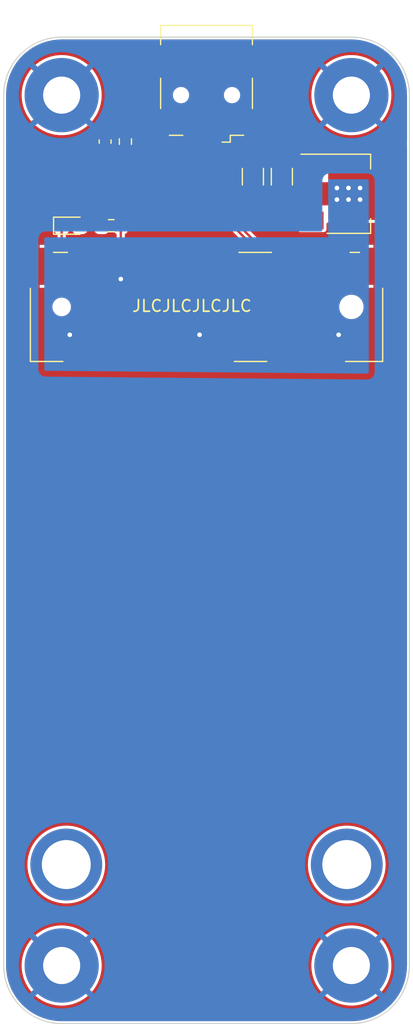
<source format=kicad_pcb>
(kicad_pcb (version 20221018) (generator pcbnew)
  (layers (0 "F.Cu" signal) (31 "B.Cu" signal) (34 "B.Paste" user) (35 "F.Paste" user) (36 "B.SilkS" user "B.Silkscreen") (37 "F.SilkS" user "F.Silkscreen") (38 "B.Mask" user) (39 "F.Mask" user) (44 "Edge.Cuts" user))
  (net 0 "")
  (net 1 "/SHIELD")
  (net 2 "GND")
  (net 3 "+5V")
  (net 4 "+3.3V")
  (net 5 "Net-(D1-K)")
  (net 6 "Net-(D1-A)")
  (net 30 "/USB-")
  (net 31 "/USB+")
  (footprint "parts:SMTSO25" (layer "F.Cu") (at 139.1 109.05)
    (fp_text reference "H5")
    (fp_text value "SMTSO2530CTJ")
    (pad "" thru_hole circle (at 0 0) (size 6.2 6.2) (drill 4.22) (layers "*.Cu" "*.Mask"))
  )
  (footprint "Capacitor_SMD:C_1206_3216Metric" (layer "F.Cu") (at 133.5 49.775 90)
    (fp_text reference "C3")
    (fp_text value "22uF")
    (fp_line (start -0.711252 -0.91) (end 0.711252 -0.91) (stroke (width 0.12)) (layer "F.SilkS"))
    (fp_line (start -0.711252 0.91) (end 0.711252 0.91) (stroke (width 0.12)) (layer "F.SilkS"))
    (pad "1" smd roundrect (at -1.475 0 90) (size 1.15 1.8) (layers "F.Cu" "F.Paste" "F.Mask") (roundrect_rratio 0.217391) (net 4 "+3.3V"))
    (pad "2" smd roundrect (at 1.475 0 90) (size 1.15 1.8) (layers "F.Cu" "F.Paste" "F.Mask") (roundrect_rratio 0.217391) (net 2 "GND"))
  )
  (footprint "parts:SMTSO25" (layer "F.Cu") (at 114.9 109.05)
    (fp_text reference "H6")
    (fp_text value "SMTSO2530CTJ")
    (pad "" thru_hole circle (at 0 0) (size 6.2 6.2) (drill 4.22) (layers "*.Cu" "*.Mask"))
  )
  (footprint "MountingHole:MountingHole_3.2mm_M3_Pad" (layer "F.Cu") (at 114.5 117.75)
    (fp_text reference "H1")
    (fp_text value "M3")
    (pad "1" thru_hole circle (at 0 0) (size 6.4 6.4) (drill 3.2) (layers "*.Cu" "*.Mask") (net 1 "/SHIELD"))
  )
  (footprint "MountingHole:MountingHole_3.2mm_M3_Pad" (layer "F.Cu") (at 114.5 42.75)
    (fp_text reference "H4")
    (fp_text value "M3")
    (pad "1" thru_hole circle (at 0 0) (size 6.4 6.4) (drill 3.2) (layers "*.Cu" "*.Mask") (net 1 "/SHIELD"))
  )
  (footprint "Resistor_SMD:R_0603_1608Metric" (layer "F.Cu") (at 120 46.75 -90)
    (fp_text reference "R1")
    (fp_text value "1M")
    (fp_line (start -0.237258 -0.5225) (end 0.237258 -0.5225) (stroke (width 0.12)) (layer "F.SilkS"))
    (fp_line (start -0.237258 0.5225) (end 0.237258 0.5225) (stroke (width 0.12)) (layer "F.SilkS"))
    (pad "1" smd roundrect (at -0.825 0 270) (size 0.8 0.95) (layers "F.Cu" "F.Paste" "F.Mask") (net 1 "/SHIELD"))
    (pad "2" smd roundrect (at 0.825 0 270) (size 0.8 0.95) (layers "F.Cu" "F.Paste" "F.Mask") (net 2 "GND"))
  )
  (footprint "MountingHole:MountingHole_3.2mm_M3_Pad" (layer "F.Cu") (at 139.5 117.75)
    (fp_text reference "H2")
    (fp_text value "M3")
    (pad "1" thru_hole circle (at 0 0) (size 6.4 6.4) (drill 3.2) (layers "*.Cu" "*.Mask") (net 1 "/SHIELD"))
  )
  (footprint "MountingHole:MountingHole_3.2mm_M3_Pad" (layer "F.Cu") (at 139.5 42.75)
    (fp_text reference "H3")
    (fp_text value "M3")
    (pad "1" thru_hole circle (at 0 0) (size 6.4 6.4) (drill 3.2) (layers "*.Cu" "*.Mask") (net 1 "/SHIELD"))
  )
  (footprint "Capacitor_SMD:C_1206_3216Metric" (layer "F.Cu") (at 131 49.775 90)
    (fp_text reference "C2")
    (fp_text value "10uF")
    (fp_line (start -0.711252 -0.91) (end 0.711252 -0.91) (stroke (width 0.12)) (layer "F.SilkS"))
    (fp_line (start -0.711252 0.91) (end 0.711252 0.91) (stroke (width 0.12)) (layer "F.SilkS"))
    (pad "1" smd roundrect (at -1.475 0 90) (size 1.15 1.8) (layers "F.Cu" "F.Paste" "F.Mask") (roundrect_rratio 0.217391) (net 3 "+5V"))
    (pad "2" smd roundrect (at 1.475 0 90) (size 1.15 1.8) (layers "F.Cu" "F.Paste" "F.Mask") (roundrect_rratio 0.217391) (net 2 "GND"))
  )
  (footprint "Resistor_SMD:R_0603_1608Metric" (layer "F.Cu") (at 118.775 54 180)
    (fp_text reference "R2")
    (fp_text value "3.3k")
    (fp_line (start -0.237258 -0.5225) (end 0.237258 -0.5225) (stroke (width 0.12)) (layer "F.SilkS"))
    (fp_line (start -0.237258 0.5225) (end 0.237258 0.5225) (stroke (width 0.12)) (layer "F.SilkS"))
    (pad "1" smd roundrect (at -0.825 0 180) (size 0.8 0.95) (layers "F.Cu" "F.Paste" "F.Mask") (net 4 "+3.3V"))
    (pad "2" smd roundrect (at 0.825 0 180) (size 0.8 0.95) (layers "F.Cu" "F.Paste" "F.Mask") (net 6 "Net-(D1-A)"))
  )
  (footprint "Capacitor_SMD:C_0603_1608Metric" (layer "F.Cu") (at 118.25 46.75 -90)
    (fp_text reference "C1")
    (fp_text value "0.1uF")
    (fp_line (start -0.14058 -0.51) (end 0.14058 -0.51) (stroke (width 0.12)) (layer "F.SilkS"))
    (fp_line (start -0.14058 0.51) (end 0.14058 0.51) (stroke (width 0.12)) (layer "F.SilkS"))
    (pad "1" smd roundrect (at -0.775 0 270) (size 0.9 0.95) (layers "F.Cu" "F.Paste" "F.Mask") (net 1 "/SHIELD"))
    (pad "2" smd roundrect (at 0.775 0 270) (size 0.9 0.95) (layers "F.Cu" "F.Paste" "F.Mask") (net 2 "GND"))
  )
  (footprint "Connector_USB:USB_Mini-B_Wuerth_65100516121_Horizontal" (layer "F.Cu") (at 127 42.75 180)
    (fp_text reference "J2")
    (fp_text value "USB_B_Micro")
    (fp_line (start -3.96 1.45) (end -3.96 -1.15) (stroke (width 0.12)) (layer "F.SilkS"))
    (fp_line (start -3.96 4.35) (end -3.96 6.01) (stroke (width 0.12)) (layer "F.SilkS"))
    (fp_line (start -3.96 6.01) (end 3.96 6.01) (stroke (width 0.12)) (layer "F.SilkS"))
    (fp_line (start -3.2 -3.46) (end -2.05 -3.46) (stroke (width 0.12)) (layer "F.SilkS"))
    (fp_line (start -2.05 -4.05) (end -1.35 -4.05) (stroke (width 0.12)) (layer "F.SilkS"))
    (fp_line (start -2.05 -3.46) (end -2.05 -4.05) (stroke (width 0.12)) (layer "F.SilkS"))
    (fp_line (start 2.05 -3.46) (end 3.2 -3.46) (stroke (width 0.12)) (layer "F.SilkS"))
    (fp_line (start 3.96 -1.15) (end 3.96 1.45) (stroke (width 0.12)) (layer "F.SilkS"))
    (fp_line (start 3.96 6.01) (end 3.96 4.35) (stroke (width 0.12)) (layer "F.SilkS"))
    (pad "" np_thru_hole circle (at -2.2 0 180) (size 0.9 0.9) (drill 0.9) (layers "*.Cu" "*.Mask"))
    (pad "" np_thru_hole circle (at 2.2 0 180) (size 0.9 0.9) (drill 0.9) (layers "*.Cu" "*.Mask"))
    (pad "1" smd rect (at -1.6 -2.6 180) (size 0.5 2.5) (layers "F.Cu" "F.Paste" "F.Mask") (net 3 "+5V"))
    (pad "2" smd rect (at -0.8 -2.6 180) (size 0.5 2.5) (layers "F.Cu" "F.Paste" "F.Mask") (net 30 "/USB-"))
    (pad "3" smd rect (at 0 -2.6 180) (size 0.5 2.5) (layers "F.Cu" "F.Paste" "F.Mask") (net 31 "/USB+"))
    (pad "4" smd rect (at 0.8 -2.6 180) (size 0.5 2.5) (layers "F.Cu" "F.Paste" "F.Mask"))
    (pad "5" smd rect (at 1.6 -2.6 180) (size 0.5 2.5) (layers "F.Cu" "F.Paste" "F.Mask") (net 2 "GND"))
    (pad "6" smd rect (at -4.4 -2.6 180) (size 2 2.5) (layers "F.Cu" "F.Paste" "F.Mask") (net 1 "/SHIELD"))
    (pad "6" smd rect (at -4.4 2.9 180) (size 2 2.5) (layers "F.Cu" "F.Paste" "F.Mask") (net 1 "/SHIELD"))
    (pad "6" smd rect (at 4.4 -2.6 180) (size 2 2.5) (layers "F.Cu" "F.Paste" "F.Mask") (net 1 "/SHIELD"))
    (pad "6" smd rect (at 4.4 2.9 180) (size 2 2.5) (layers "F.Cu" "F.Paste" "F.Mask") (net 1 "/SHIELD"))
  )
  (footprint "Package_TO_SOT_SMD:SOT-223-3_TabPin2" (layer "F.Cu") (at 139.25 51.25)
    (fp_text reference "U1")
    (fp_text value "AZ1117H-3.3")
    (fp_line (start -4.1 -3.41) (end 1.91 -3.41) (stroke (width 0.12)) (layer "F.SilkS"))
    (fp_line (start -1.85 3.41) (end 1.91 3.41) (stroke (width 0.12)) (layer "F.SilkS"))
    (fp_line (start 1.91 -3.41) (end 1.91 -2.15) (stroke (width 0.12)) (layer "F.SilkS"))
    (fp_line (start 1.91 3.41) (end 1.91 2.15) (stroke (width 0.12)) (layer "F.SilkS"))
    (pad "1" smd rect (at -3.15 -2.3) (size 2 1.5) (layers "F.Cu" "F.Paste" "F.Mask") (net 2 "GND"))
    (pad "2" smd rect (at -3.15 0) (size 2 1.5) (layers "F.Cu" "F.Paste" "F.Mask") (net 4 "+3.3V"))
    (pad "2" smd rect (at 3.15 0) (size 2 3.8) (layers "F.Cu" "F.Paste" "F.Mask") (net 4 "+3.3V"))
    (pad "3" smd rect (at -3.15 2.3) (size 2 1.5) (layers "F.Cu" "F.Paste" "F.Mask") (net 3 "+5V"))
  )
  (footprint "Connector_PCBEdge:BUS_PCI_Express_Mini_Full" (layer "F.Cu") (at 127 61 180)
    (fp_text reference "J1")
    (fp_text value "91304-56-052R2")
    (fp_line (start -15.2 -4.7) (end -15.2 1.6) (stroke (width 0.12)) (layer "F.SilkS"))
    (fp_line (start -13.2 4.7) (end -12.4 4.7) (stroke (width 0.12)) (layer "F.SilkS"))
    (fp_line (start -12 -4.7) (end -15.2 -4.7) (stroke (width 0.12)) (layer "F.SilkS"))
    (fp_line (start -5.6 4.7) (end -2.8 4.7) (stroke (width 0.12)) (layer "F.SilkS"))
    (fp_line (start -2.4 -4.7) (end -5.2 -4.7) (stroke (width 0.12)) (layer "F.SilkS"))
    (fp_line (start 12 4.7) (end 13.2 4.7) (stroke (width 0.12)) (layer "F.SilkS"))
    (fp_line (start 15.2 -4.7) (end 12.4 -4.7) (stroke (width 0.12)) (layer "F.SilkS"))
    (fp_line (start 15.2 1.6) (end 15.2 -4.7) (stroke (width 0.12)) (layer "F.SilkS"))
    (pad "" np_thru_hole circle (at -12.5 0 180) (size 1.6 1.6) (drill 1.6) (layers "*.Cu" "*.Mask"))
    (pad "" np_thru_hole circle (at 12.5 0 180) (size 1.1 1.1) (drill 1.1) (layers "*.Cu" "*.Mask"))
    (pad "1" smd rect (at -11.8 4.1 180) (size 0.6 2) (layers "F.Cu" "F.Paste" "F.Mask"))
    (pad "2" smd rect (at -11.4 -4.1 180) (size 0.6 2) (layers "F.Cu" "F.Paste" "F.Mask") (net 4 "+3.3V"))
    (pad "3" smd rect (at -11 4.1 180) (size 0.6 2) (layers "F.Cu" "F.Paste" "F.Mask"))
    (pad "4" smd rect (at -10.6 -4.1 180) (size 0.6 2) (layers "F.Cu" "F.Paste" "F.Mask") (net 2 "GND"))
    (pad "5" smd rect (at -10.2 4.1 180) (size 0.6 2) (layers "F.Cu" "F.Paste" "F.Mask"))
    (pad "6" smd rect (at -9.8 -4.1 180) (size 0.6 2) (layers "F.Cu" "F.Paste" "F.Mask"))
    (pad "7" smd rect (at -9.4 4.1 180) (size 0.6 2) (layers "F.Cu" "F.Paste" "F.Mask"))
    (pad "8" smd rect (at -9 -4.1 180) (size 0.6 2) (layers "F.Cu" "F.Paste" "F.Mask"))
    (pad "9" smd rect (at -8.6 4.1 180) (size 0.6 2) (layers "F.Cu" "F.Paste" "F.Mask") (net 2 "GND"))
    (pad "10" smd rect (at -8.2 -4.1 180) (size 0.6 2) (layers "F.Cu" "F.Paste" "F.Mask"))
    (pad "11" smd rect (at -7.8 4.1 180) (size 0.6 2) (layers "F.Cu" "F.Paste" "F.Mask"))
    (pad "12" smd rect (at -7.4 -4.1 180) (size 0.6 2) (layers "F.Cu" "F.Paste" "F.Mask"))
    (pad "13" smd rect (at -7 4.1 180) (size 0.6 2) (layers "F.Cu" "F.Paste" "F.Mask"))
    (pad "14" smd rect (at -6.6 -4.1 180) (size 0.6 2) (layers "F.Cu" "F.Paste" "F.Mask"))
    (pad "15" smd rect (at -6.2 4.1 180) (size 0.6 2) (layers "F.Cu" "F.Paste" "F.Mask") (net 2 "GND"))
    (pad "16" smd rect (at -5.8 -4.1 180) (size 0.6 2) (layers "F.Cu" "F.Paste" "F.Mask"))
    (pad "17" smd rect (at -2.2 4.1 180) (size 0.6 2) (layers "F.Cu" "F.Paste" "F.Mask"))
    (pad "18" smd rect (at -1.8 -4.1 180) (size 0.6 2) (layers "F.Cu" "F.Paste" "F.Mask") (net 2 "GND"))
    (pad "19" smd rect (at -1.4 4.1 180) (size 0.6 2) (layers "F.Cu" "F.Paste" "F.Mask"))
    (pad "20" smd rect (at -1 -4.1 180) (size 0.6 2) (layers "F.Cu" "F.Paste" "F.Mask"))
    (pad "21" smd rect (at -0.6 4.1 180) (size 0.6 2) (layers "F.Cu" "F.Paste" "F.Mask") (net 2 "GND"))
    (pad "22" smd rect (at -0.2 -4.1 180) (size 0.6 2) (layers "F.Cu" "F.Paste" "F.Mask"))
    (pad "23" smd rect (at 0.2 4.1 180) (size 0.6 2) (layers "F.Cu" "F.Paste" "F.Mask"))
    (pad "24" smd rect (at 0.6 -4.1 180) (size 0.6 2) (layers "F.Cu" "F.Paste" "F.Mask") (net 4 "+3.3V"))
    (pad "25" smd rect (at 1 4.1 180) (size 0.6 2) (layers "F.Cu" "F.Paste" "F.Mask"))
    (pad "26" smd rect (at 1.4 -4.1 180) (size 0.6 2) (layers "F.Cu" "F.Paste" "F.Mask") (net 2 "GND"))
    (pad "27" smd rect (at 1.8 4.1 180) (size 0.6 2) (layers "F.Cu" "F.Paste" "F.Mask") (net 2 "GND"))
    (pad "28" smd rect (at 2.2 -4.1 180) (size 0.6 2) (layers "F.Cu" "F.Paste" "F.Mask"))
    (pad "29" smd rect (at 2.6 4.1 180) (size 0.6 2) (layers "F.Cu" "F.Paste" "F.Mask") (net 2 "GND"))
    (pad "30" smd rect (at 3 -4.1 180) (size 0.6 2) (layers "F.Cu" "F.Paste" "F.Mask"))
    (pad "31" smd rect (at 3.4 4.1 180) (size 0.6 2) (layers "F.Cu" "F.Paste" "F.Mask"))
    (pad "32" smd rect (at 3.8 -4.1 180) (size 0.6 2) (layers "F.Cu" "F.Paste" "F.Mask"))
    (pad "33" smd rect (at 4.2 4.1 180) (size 0.6 2) (layers "F.Cu" "F.Paste" "F.Mask"))
    (pad "34" smd rect (at 4.6 -4.1 180) (size 0.6 2) (layers "F.Cu" "F.Paste" "F.Mask") (net 2 "GND"))
    (pad "35" smd rect (at 5 4.1 180) (size 0.6 2) (layers "F.Cu" "F.Paste" "F.Mask") (net 2 "GND"))
    (pad "36" smd rect (at 5.4 -4.1 180) (size 0.6 2) (layers "F.Cu" "F.Paste" "F.Mask") (net 30 "/USB-"))
    (pad "37" smd rect (at 5.8 4.1 180) (size 0.6 2) (layers "F.Cu" "F.Paste" "F.Mask") (net 2 "GND"))
    (pad "38" smd rect (at 6.2 -4.1 180) (size 0.6 2) (layers "F.Cu" "F.Paste" "F.Mask") (net 31 "/USB+"))
    (pad "39" smd rect (at 6.6 4.1 180) (size 0.6 2) (layers "F.Cu" "F.Paste" "F.Mask") (net 4 "+3.3V"))
    (pad "40" smd rect (at 7 -4.1 180) (size 0.6 2) (layers "F.Cu" "F.Paste" "F.Mask") (net 2 "GND"))
    (pad "41" smd rect (at 7.4 4.1 180) (size 0.6 2) (layers "F.Cu" "F.Paste" "F.Mask") (net 4 "+3.3V"))
    (pad "42" smd rect (at 7.8 -4.1 180) (size 0.6 2) (layers "F.Cu" "F.Paste" "F.Mask") (net 5 "Net-(D1-K)"))
    (pad "43" smd rect (at 8.2 4.1 180) (size 0.6 2) (layers "F.Cu" "F.Paste" "F.Mask") (net 2 "GND"))
    (pad "44" smd rect (at 8.6 -4.1 180) (size 0.6 2) (layers "F.Cu" "F.Paste" "F.Mask") (net 5 "Net-(D1-K)"))
    (pad "45" smd rect (at 9 4.1 180) (size 0.6 2) (layers "F.Cu" "F.Paste" "F.Mask"))
    (pad "46" smd rect (at 9.4 -4.1 180) (size 0.6 2) (layers "F.Cu" "F.Paste" "F.Mask") (net 5 "Net-(D1-K)"))
    (pad "47" smd rect (at 9.8 4.1 180) (size 0.6 2) (layers "F.Cu" "F.Paste" "F.Mask"))
    (pad "48" smd rect (at 10.2 -4.1 180) (size 0.6 2) (layers "F.Cu" "F.Paste" "F.Mask"))
    (pad "49" smd rect (at 10.6 4.1 180) (size 0.6 2) (layers "F.Cu" "F.Paste" "F.Mask"))
    (pad "50" smd rect (at 11 -4.1 180) (size 0.6 2) (layers "F.Cu" "F.Paste" "F.Mask") (net 2 "GND"))
    (pad "51" smd rect (at 11.4 4.1 180) (size 0.6 2) (layers "F.Cu" "F.Paste" "F.Mask"))
    (pad "52" smd rect (at 11.8 -4.1 180) (size 0.6 2) (layers "F.Cu" "F.Paste" "F.Mask") (net 4 "+3.3V"))
    (pad "MP" smd rect (at -14.65 3.5 180) (size 2.3 3.2) (layers "F.Cu" "F.Paste" "F.Mask") (net 2 "GND"))
    (pad "MP" smd rect (at 14.65 3.5 180) (size 2.3 3.2) (layers "F.Cu" "F.Paste" "F.Mask") (net 2 "GND"))
  )
  (footprint "LED_SMD:LED_0603_1608Metric" (layer "F.Cu") (at 115.2875 54)
    (fp_text reference "D1")
    (fp_text value "LED_Small")
    (fp_line (start -1.485 -0.735) (end -1.485 0.735) (stroke (width 0.12)) (layer "F.SilkS"))
    (fp_line (start -1.485 0.735) (end 0.8 0.735) (stroke (width 0.12)) (layer "F.SilkS"))
    (fp_line (start 0.8 -0.735) (end -1.485 -0.735) (stroke (width 0.12)) (layer "F.SilkS"))
    (pad "1" smd roundrect (at -0.7875 0) (size 0.875 0.95) (layers "F.Cu" "F.Paste" "F.Mask") (net 5 "Net-(D1-K)"))
    (pad "2" smd roundrect (at 0.7875 0) (size 0.875 0.95) (layers "F.Cu" "F.Paste" "F.Mask") (net 6 "Net-(D1-A)"))
  )
  (gr_arc (start 109.5 42.75) (mid 110.964466 39.214466) (end 114.5 37.75) (stroke (width 0.1)) (layer "Edge.Cuts"))
  (gr_line (start 109.5 117.75) (end 109.5 42.75) (stroke (width 0.1)) (layer "Edge.Cuts"))
  (gr_line (start 114.5 122.75) (end 139.5 122.75) (stroke (width 0.1)) (layer "Edge.Cuts"))
  (gr_line (start 144.5 117.75) (end 144.5 42.75) (stroke (width 0.1)) (layer "Edge.Cuts"))
  (gr_arc (start 114.5 122.75) (mid 110.964466 121.285534) (end 109.5 117.75) (stroke (width 0.1)) (layer "Edge.Cuts"))
  (gr_arc (start 139.5 37.75) (mid 143.035534 39.214466) (end 144.5 42.75) (stroke (width 0.1)) (layer "Edge.Cuts"))
  (gr_line (start 114.5 37.75) (end 139.5 37.75) (stroke (width 0.1)) (layer "Edge.Cuts"))
  (gr_arc (start 144.5 117.75) (mid 143.035534 121.285534) (end 139.5 122.75) (stroke (width 0.1)) (layer "Edge.Cuts"))
  (gr_text "JLCJLCJLCJLC" (at 120.5 61.5) (layer "F.SilkS") (effects (font (size 1 1)) (justify left bottom)))
  (segment (start 131.8 53.55) (end 131 52.75) (width 0.4) (layer "F.Cu") (net 3))
  (segment (start 128.6 50.6) (end 129.25 51.25) (width 0.4) (layer "F.Cu") (net 3))
  (segment (start 128.6 45.35) (end 128.6 50.6) (width 0.4) (layer "F.Cu") (net 3))
  (segment (start 129.25 51.25) (end 131 51.25) (width 0.4) (layer "F.Cu") (net 3))
  (segment (start 136.1 53.55) (end 131.8 53.55) (width 0.4) (layer "F.Cu") (net 3))
  (segment (start 131 52.75) (end 131 51.25) (width 0.4) (layer "F.Cu") (net 3))
  (segment (start 119.6 56.9) (end 119.6 58.6) (width 0.4) (layer "F.Cu") (net 4))
  (segment (start 126.4 65.1) (end 126.4 63.4) (width 0.4) (layer "F.Cu") (net 4))
  (segment (start 120.4 56.9) (end 119.6 56.9) (width 0.4) (layer "F.Cu") (net 4))
  (segment (start 119.6 54) (end 119.6 56.9) (width 0.2) (layer "F.Cu") (net 4))
  (segment (start 138.4 63.4) (end 138.4 65.1) (width 0.4) (layer "F.Cu") (net 4))
  (segment (start 115.2 65.1) (end 115.2 63.4) (width 0.4) (layer "F.Cu") (net 4))
  (via (at 138.25 50.75) (size 0.8) (drill 0.4) (layers "F.Cu" "B.Cu") (net 4))
  (via (at 138.25 51.75) (size 0.8) (drill 0.4) (layers "F.Cu" "B.Cu") (net 4))
  (via (at 115.2 63.4) (size 0.8) (drill 0.4) (layers "F.Cu" "B.Cu") (net 4))
  (via (at 126.4 63.4) (size 0.8) (drill 0.4) (layers "F.Cu" "B.Cu") (net 4))
  (via (at 139.25 51.75) (size 0.8) (drill 0.4) (layers "F.Cu" "B.Cu") (net 4))
  (via (at 139.25 50.75) (size 0.8) (drill 0.4) (layers "F.Cu" "B.Cu") (net 4))
  (via (at 140.25 50.75) (size 0.8) (drill 0.4) (layers "F.Cu" "B.Cu") (net 4))
  (via (at 119.6 58.6) (size 0.8) (drill 0.4) (layers "F.Cu" "B.Cu") (net 4))
  (via (at 138.4 63.4) (size 0.8) (drill 0.4) (layers "F.Cu" "B.Cu") (net 4))
  (via (at 140.25 51.75) (size 0.8) (drill 0.4) (layers "F.Cu" "B.Cu") (net 4))
  (segment (start 117.6 61.6) (end 117.6 65.1) (width 0.2) (layer "F.Cu") (net 5))
  (segment (start 114.5 54) (end 114.5 58.5) (width 0.2) (layer "F.Cu") (net 5))
  (segment (start 114.5 58.5) (end 117.6 61.6) (width 0.2) (layer "F.Cu") (net 5))
  (segment (start 117.6 65.1) (end 118.4 65.1) (width 0.2) (layer "F.Cu") (net 5))
  (segment (start 118.4 65.1) (end 119.2 65.1) (width 0.2) (layer "F.Cu") (net 5))
  (segment (start 116.075 54) (end 117.95 54) (width 0.2) (layer "F.Cu") (net 6))
  (segment (start 131.4 58.365686) (end 131.4 55.584315) (width 0.2) (layer "F.Cu") (net 30))
  (segment (start 121.4 63.8) (end 121.4 62.4) (width 0.2) (layer "F.Cu") (net 30))
  (segment (start 129.165686 60.6) (end 131.4 58.365686) (width 0.2) (layer "F.Cu") (net 30))
  (segment (start 121.6 64) (end 121.4 63.8) (width 0.2) (layer "F.Cu") (net 30))
  (segment (start 127.6 47.2) (end 127.6 51.784314) (width 0.2) (layer "F.Cu") (net 30))
  (segment (start 121.6 65.1) (end 121.6 64) (width 0.2) (layer "F.Cu") (net 30))
  (segment (start 123.2 60.6) (end 129.165686 60.6) (width 0.2) (layer "F.Cu") (net 30))
  (segment (start 127.8 47) (end 127.6 47.2) (width 0.2) (layer "F.Cu") (net 30))
  (segment (start 121.4 62.4) (end 123.2 60.6) (width 0.2) (layer "F.Cu") (net 30))
  (segment (start 127.8 45.35) (end 127.8 47) (width 0.2) (layer "F.Cu") (net 30))
  (segment (start 131.4 55.584315) (end 127.6 51.784314) (width 0.2) (layer "F.Cu") (net 30))
  (segment (start 129 60.2) (end 123 60.2) (width 0.2) (layer "F.Cu") (net 31))
  (segment (start 131 55.75) (end 131 58.2) (width 0.2) (layer "F.Cu") (net 31))
  (segment (start 127.2 47.2) (end 127.2 51.95) (width 0.2) (layer "F.Cu") (net 31))
  (segment (start 123 60.2) (end 121 62.2) (width 0.2) (layer "F.Cu") (net 31))
  (segment (start 131 58.2) (end 129 60.2) (width 0.2) (layer "F.Cu") (net 31))
  (segment (start 120.8 64) (end 120.8 65.1) (width 0.2) (layer "F.Cu") (net 31))
  (segment (start 127.2 51.95) (end 131 55.75) (width 0.2) (layer "F.Cu") (net 31))
  (segment (start 121 63.8) (end 120.8 64) (width 0.2) (layer "F.Cu") (net 31))
  (segment (start 127 47) (end 127.2 47.2) (width 0.2) (layer "F.Cu") (net 31))
  (segment (start 121 62.2) (end 121 63.8) (width 0.2) (layer "F.Cu") (net 31))
  (segment (start 127 45.35) (end 127 47) (width 0.2) (layer "F.Cu") (net 31))
  (zone (net 1) (net_name "/SHIELD") (layer "F.Cu") (priority 2) (connect_pads (clearance 0.25)) (min_thickness 0.25) (fill yes (thermal_gap 0.25) (thermal_bridge_width 0.5))
    (polygon (pts (xy 109.5 37.75) (xy 144.5 37.75) (xy 144.5 46.75) (xy 130 46.75) (xy 130 42) (xy 124 42) (xy 124 46.75) (xy 109.5 46.75)))
  )
  (zone (net 2) (net_name "GND") (layer "F.Cu") (connect_pads (clearance 0.25)) (min_thickness 0.25) (fill yes (thermal_gap 0.25) (thermal_bridge_width 0.5))
    (polygon (pts (xy 109.5 122.75) (xy 144.5 122.75) (xy 144.5 46.75) (xy 130 46.75) (xy 130 42) (xy 124 42) (xy 124 46.75) (xy 109.5 46.75)))
  )
  (zone (net 4) (net_name "+3.3V") (layer "F.Cu") (priority 4) (connect_pads yes (clearance 0.25)) (min_thickness 0.25) (fill yes (thermal_gap 0.5) (thermal_bridge_width 0.5))
    (polygon (pts (xy 143.75 49) (xy 137.5 49) (xy 137.5 50.25) (xy 132.25 50.25) (xy 132.25 52.25) (xy 137.5 52.25) (xy 137.5 53.5) (xy 143.75 53.5)))
  )
  (zone (net 1) (net_name "/SHIELD") (layer "B.Cu") (priority 1) (connect_pads (clearance 0.5)) (min_thickness 0.25) (fill yes (thermal_gap 0.5) (thermal_bridge_width 0.5))
    (polygon (pts (xy 109.5 122.75) (xy 144.5 122.75) (xy 144.5 37.75) (xy 109.5 37.75)))
  )
  (zone (net 4) (net_name "+3.3V") (layer "B.Cu") (priority 3) (connect_pads (clearance 0.5)) (min_thickness 0.25) (fill yes (thermal_gap 0.5) (thermal_bridge_width 0.5))
    (polygon (pts (xy 113 66.5) (xy 113 55) (xy 137.5 55) (xy 137.5 50) (xy 141 50) (xy 141 66.75)))
  )
)
</source>
